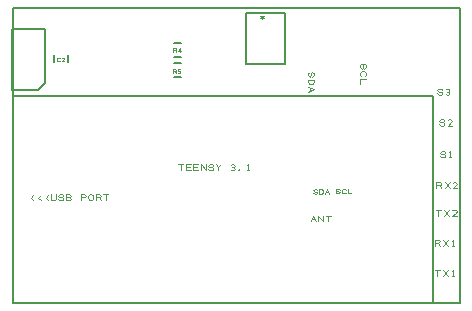
<source format=gbr>
%FSLAX35Y35*%
%MOIN*%
G04 EasyPC Gerber Version 18.0.8 Build 3632 *
%ADD10C,0.00100*%
%ADD13C,0.00128*%
%ADD11C,0.00500*%
%ADD12C,0.00600*%
X0Y0D02*
D02*
D10*
X7260Y34538D02*
X6478Y35319D01*
X7260Y36100*
X9760Y34538D02*
X8978Y35319D01*
X9760Y36100*
X12260Y34538D02*
X11478Y35319D01*
X12260Y36100*
X13197Y36413D02*
Y35006D01*
X13354Y34694*
X13666Y34538*
X14291*
X14604Y34694*
X14760Y35006*
Y36413*
X15697Y35006D02*
X15854Y34694D01*
X16166Y34538*
X16791*
X17104Y34694*
X17260Y35006*
X17104Y35319*
X16791Y35475*
X16166*
X15854Y35631*
X15697Y35944*
X15854Y36256*
X16166Y36413*
X16791*
X17104Y36256*
X17260Y35944*
X19291Y35475D02*
X19604Y35319D01*
X19760Y35006*
X19604Y34694*
X19291Y34538*
X18197*
Y36413*
X19291*
X19604Y36256*
X19760Y35944*
X19604Y35631*
X19291Y35475*
X18197*
X23197Y34538D02*
Y36413D01*
X24291*
X24604Y36256*
X24760Y35944*
X24604Y35631*
X24291Y35475*
X23197*
X25697Y35163D02*
Y35788D01*
X25854Y36100*
X26010Y36256*
X26322Y36413*
X26635*
X26947Y36256*
X27104Y36100*
X27260Y35788*
Y35163*
X27104Y34850*
X26947Y34694*
X26635Y34538*
X26322*
X26010Y34694*
X25854Y34850*
X25697Y35163*
X28197Y34538D02*
Y36413D01*
X29291*
X29604Y36256*
X29760Y35944*
X29604Y35631*
X29291Y35475*
X28197*
X29291D02*
X29760Y34538D01*
X31478D02*
Y36413D01*
X30697D02*
X32260D01*
X56478Y44538D02*
Y46413D01*
X55697D02*
X57260D01*
X58197Y44538D02*
Y46413D01*
X59760*
X59447Y45475D02*
X58197D01*
Y44538D02*
X59760D01*
X60697D02*
Y46413D01*
X62260*
X61947Y45475D02*
X60697D01*
Y44538D02*
X62260D01*
X63197D02*
Y46413D01*
X64760Y44538*
Y46413*
X65697Y45006D02*
X65854Y44694D01*
X66166Y44538*
X66791*
X67104Y44694*
X67260Y45006*
X67104Y45319*
X66791Y45475*
X66166*
X65854Y45631*
X65697Y45944*
X65854Y46256*
X66166Y46413*
X66791*
X67104Y46256*
X67260Y45944*
X68978Y44538D02*
Y45475D01*
X68197Y46413*
X68978Y45475D02*
X69760Y46413D01*
X73354Y44694D02*
X73666Y44538D01*
X73978*
X74291Y44694*
X74447Y45006*
X74291Y45319*
X73978Y45475*
X73666*
X73978D02*
X74291Y45631D01*
X74447Y45944*
X74291Y46256*
X73978Y46413*
X73666*
X73354Y46256*
X75854Y44538D02*
X76010Y44694D01*
X75854Y44850*
X75697Y44694*
X75854Y44538*
X78510D02*
X79135D01*
X78822D02*
Y46413D01*
X78510Y46100*
X83665Y94778D02*
Y96028D01*
X84289Y95091D02*
X83039Y95716D01*
Y95091D02*
X84289Y95716D01*
X99424Y77181D02*
X99112Y77025D01*
X98956Y76712*
Y76087*
X99112Y75775*
X99424Y75619*
X99737Y75775*
X99893Y76087*
Y76712*
X100049Y77025*
X100362Y77181*
X100674Y77025*
X100830Y76712*
Y76087*
X100674Y75775*
X100362Y75619*
X98956Y74681D02*
X100830D01*
Y73744*
X100674Y73431*
X100518Y73275*
X100206Y73119*
X99580*
X99268Y73275*
X99112Y73431*
X98956Y73744*
Y74681*
Y72181D02*
X100830Y71400D01*
X98956Y70619*
X99737Y71869D02*
Y70931D01*
X99859Y27479D02*
X100641Y29354D01*
X101422Y27479*
X100172Y28260D02*
X101109D01*
X102359Y27479D02*
Y29354D01*
X103922Y27479*
Y29354*
X105641Y27479D02*
Y29354D01*
X104859D02*
X106422D01*
X100733Y36984D02*
X100856Y36738D01*
X101102Y36615*
X101594*
X101841Y36738*
X101963Y36984*
X101841Y37230*
X101594Y37353*
X101102*
X100856Y37476*
X100733Y37722*
X100856Y37968*
X101102Y38091*
X101594*
X101841Y37968*
X101963Y37722*
X102702Y36615D02*
Y38091D01*
X103440*
X103686Y37968*
X103809Y37845*
X103932Y37599*
Y37107*
X103809Y36861*
X103686Y36738*
X103440Y36615*
X102702*
X104670D02*
X105285Y38091D01*
X105900Y36615*
X104916Y37230D02*
X105654D01*
X108221Y37109D02*
X108344Y36863D01*
X108591Y36740*
X109083*
X109329Y36863*
X109452Y37109*
X109329Y37355*
X109083Y37478*
X108591*
X108344Y37601*
X108221Y37847*
X108344Y38093*
X108591Y38216*
X109083*
X109329Y38093*
X109452Y37847*
X111420Y36986D02*
X111297Y36863D01*
X111051Y36740*
X110682*
X110436Y36863*
X110313Y36986*
X110190Y37232*
Y37724*
X110313Y37970*
X110436Y38093*
X110682Y38216*
X111051*
X111297Y38093*
X111420Y37970*
X112158Y38216D02*
Y36740D01*
X113389*
X116772Y79927D02*
X116459Y79770D01*
X116303Y79458*
Y78833*
X116459Y78520*
X116772Y78364*
X117084Y78520*
X117241Y78833*
Y79458*
X117397Y79770*
X117709Y79927*
X118022Y79770*
X118178Y79458*
Y78833*
X118022Y78520*
X117709Y78364*
X116615Y75864D02*
X116459Y76020D01*
X116303Y76333*
Y76802*
X116459Y77114*
X116615Y77270*
X116928Y77427*
X117553*
X117865Y77270*
X118022Y77114*
X118178Y76802*
Y76333*
X118022Y76020*
X117865Y75864*
X118178Y74927D02*
X116303D01*
Y73364*
X142031Y9056D02*
Y11123D01*
X141169D02*
X142892D01*
X143925Y9056D02*
X145648Y11123D01*
X143925D02*
X145648Y9056D01*
X147026D02*
X147715D01*
X147370D02*
Y11123D01*
X147026Y10779*
X141169Y19165D02*
Y21232D01*
X142375*
X142720Y21060*
X142892Y20715*
X142720Y20371*
X142375Y20199*
X141169*
X142375D02*
X142892Y19165D01*
X143925D02*
X145648Y21232D01*
X143925D02*
X145648Y19165D01*
X147026D02*
X147715D01*
X147370D02*
Y21232D01*
X147026Y20888*
X142405Y29150D02*
Y31217D01*
X141544D02*
X143266D01*
X144300Y29150D02*
X146022Y31217D01*
X144300D02*
X146022Y29150D01*
X148433D02*
X147056D01*
X148261Y30355*
X148433Y30700*
X148261Y31044*
X147917Y31217*
X147400*
X147056Y31044*
X141669Y38385D02*
Y40452D01*
X142874*
X143219Y40280*
X143391Y39935*
X143219Y39591*
X142874Y39419*
X141669*
X142874D02*
X143391Y38385D01*
X144424D02*
X146147Y40452D01*
X144424D02*
X146147Y38385D01*
X148558D02*
X147180D01*
X148386Y39591*
X148558Y39935*
X148386Y40280*
X148042Y40452*
X147525*
X147180Y40280*
X141918Y70102D02*
X142091Y69758D01*
X142435Y69586*
X143124*
X143469Y69758*
X143641Y70102*
X143469Y70447*
X143124Y70619*
X142435*
X142091Y70791*
X141918Y71136*
X142091Y71480*
X142435Y71653*
X143124*
X143469Y71480*
X143641Y71136*
X144846Y69758D02*
X145191Y69586D01*
X145535*
X145880Y69758*
X146052Y70102*
X145880Y70447*
X145535Y70619*
X145191*
X145535D02*
X145880Y70791D01*
X146052Y71136*
X145880Y71480*
X145535Y71653*
X145191*
X144846Y71480*
X142667Y59869D02*
X142839Y59524D01*
X143184Y59352*
X143873*
X144217Y59524*
X144389Y59869*
X144217Y60213*
X143873Y60385*
X143184*
X142839Y60557*
X142667Y60902*
X142839Y61246*
X143184Y61419*
X143873*
X144217Y61246*
X144389Y60902*
X146801Y59352D02*
X145423D01*
X146629Y60557*
X146801Y60902*
X146629Y61246*
X146284Y61419*
X145767*
X145423Y61246*
X142917Y49260D02*
X143089Y48916D01*
X143433Y48744*
X144122*
X144467Y48916*
X144639Y49260*
X144467Y49605*
X144122Y49777*
X143433*
X143089Y49949*
X142917Y50294*
X143089Y50638*
X143433Y50811*
X144122*
X144467Y50638*
X144639Y50294*
X146017Y48744D02*
X146706D01*
X146361D02*
Y50811D01*
X146017Y50466*
D02*
D11*
X250Y71033D02*
Y91541D01*
X11266*
Y73533*
X8766Y71033*
X250*
X641Y302D02*
X149656D01*
Y98398*
X641*
Y302*
X697Y250D02*
X140697D01*
Y69069*
X697*
Y250*
X91127Y96796D02*
X78127D01*
Y79796*
X91127*
Y96796*
D02*
D12*
X14254Y80368D02*
Y82730D01*
X18978Y80368D02*
Y82730D01*
X54248Y75443D02*
X56611D01*
X54248Y80167D02*
X56611D01*
X54248Y82057D02*
X56611D01*
X54248Y86782D02*
X56611D01*
D02*
D13*
X16243Y80926D02*
X16143Y80826D01*
X15943Y80726*
X15643*
X15443Y80826*
X15343Y80926*
X15243Y81126*
Y81526*
X15343Y81726*
X15443Y81826*
X15643Y81926*
X15943*
X16143Y81826*
X16243Y81726*
X17643Y80726D02*
X16843D01*
X17543Y81426*
X17643Y81626*
X17543Y81826*
X17343Y81926*
X17043*
X16843Y81826*
X53932Y76857D02*
Y78057D01*
X54632*
X54832Y77957*
X54932Y77757*
X54832Y77557*
X54632Y77457*
X53932*
X54632D02*
X54932Y76857D01*
X55532Y76957D02*
X55732Y76857D01*
X56032*
X56232Y76957*
X56332Y77157*
Y77257*
X56232Y77457*
X56032Y77557*
X55532*
Y78057*
X56332*
X54057Y83846D02*
Y85046D01*
X54757*
X54957Y84946*
X55057Y84746*
X54957Y84546*
X54757Y84446*
X54057*
X54757D02*
X55057Y83846D01*
X56157D02*
Y85046D01*
X55657Y84246*
X56457*
X0Y0D02*
M02*

</source>
